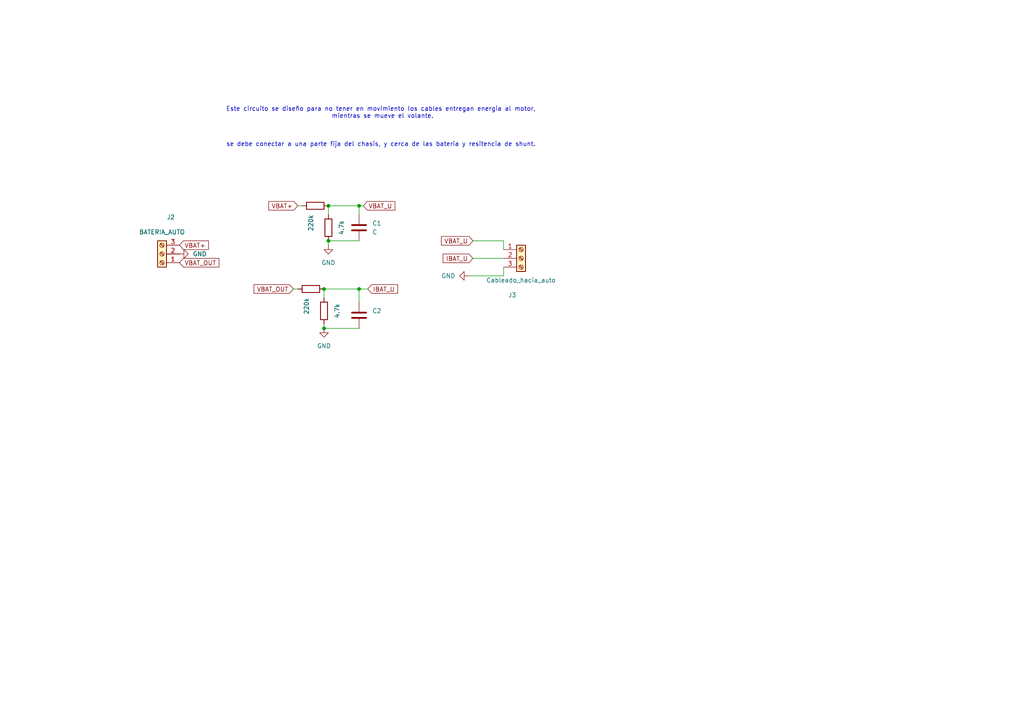
<source format=kicad_sch>
(kicad_sch (version 20250114) (generator "eeschema") (generator_version "9.0")
  (paper "A4")
  (lib_symbols
    (symbol "Connector:Screw_Terminal_01x03" (pin_names (offset 1.016) (hide yes))
      (property "Reference" "J" (at 0 5.08 0))
      (property "Value" "Screw_Terminal_01x03" (at 0 -5.08 0))
      (symbol "Screw_Terminal_01x03_1_1"
        (rectangle (start -1.27 3.81) (end 1.27 -3.81) (stroke (width 0.254)) (fill (type background)))
        (polyline (pts (xy -0.5334 2.8702) (xy 0.3302 2.032)) (stroke (width 0.1524)))
        (polyline (pts (xy -0.5334 0.3302) (xy 0.3302 -0.508)) (stroke (width 0.1524)))
        (polyline (pts (xy -0.5334 -2.2098) (xy 0.3302 -3.048)) (stroke (width 0.1524)))
        (polyline (pts (xy -0.3556 3.048) (xy 0.508 2.2098)) (stroke (width 0.1524)))
        (polyline (pts (xy -0.3556 0.508) (xy 0.508 -0.3302)) (stroke (width 0.1524)))
        (polyline (pts (xy -0.3556 -2.032) (xy 0.508 -2.8702)) (stroke (width 0.1524)))
        (circle (center 0 2.54) (radius 0.635) (stroke (width 0.1524)))
        (circle (center 0 0) (radius 0.635) (stroke (width 0.1524)))
        (circle (center 0 -2.54) (radius 0.635) (stroke (width 0.1524)))
        (pin passive line (at -5.08 2.54 0) (length 3.81) (name "Pin_1") (number "1"))
        (pin passive line (at -5.08 0 0) (length 3.81) (name "Pin_2") (number "2"))
        (pin passive line (at -5.08 -2.54 0) (length 3.81) (name "Pin_3") (number "3"))
      )
    )
    (symbol "Device:C" (pin_numbers (hide yes)) (pin_names (offset 0.254))
      (property "Reference" "C" (at 0.635 2.54 0))
      (property "Value" "C" (at 0.635 -2.54 0))
      (symbol "C_0_1"
        (polyline (pts (xy -2.032 0.762) (xy 2.032 0.762)) (stroke (width 0.508)))
        (polyline (pts (xy -2.032 -0.762) (xy 2.032 -0.762)) (stroke (width 0.508)))
      )
      (symbol "C_1_1"
        (pin passive line (at 0 3.81 270) (length 2.794) (name "~") (number "1"))
        (pin passive line (at 0 -3.81 90) (length 2.794) (name "~") (number "2"))
      )
    )
    (symbol "Device:R" (pin_numbers (hide yes)) (pin_names (offset 0))
      (property "Reference" "R" (at 2.032 0 90))
      (property "Value" "R" (at 0 0 90))
      (symbol "R_0_1"
        (rectangle (start -1.016 -2.54) (end 1.016 2.54) (stroke (width 0.254)))
      )
      (symbol "R_1_1"
        (pin passive line (at 0 3.81 270) (length 1.27) (name "~") (number "1"))
        (pin passive line (at 0 -3.81 90) (length 1.27) (name "~") (number "2"))
      )
    )
    (symbol "power:GND" (power) (pin_numbers (hide yes)) (pin_names (offset 0) (hide yes))
      (property "Value" "GND" (at 0 -3.81 0))
      (symbol "GND_0_1"
        (polyline (pts (xy 0 0) (xy 0 -1.27) (xy 1.27 -1.27) (xy 0 -2.54) (xy -1.27 -1.27) (xy 0 -1.27)))
      )
      (symbol "GND_1_1"
        (pin power_in line (at 0 0 270) (length 0) (name "~") (number "1"))
      )
    )
  )
  (text "Este circuito se diseño para no tener en movimiento los cables entregan energia al motor,\n mientras se mueve el volante.\n\n\n\nse debe conectar a una parte fija del chasis, y cerca de las bateria y resitencia de shunt.\n" (at 110.49 36.83 0) (effects (font (size 1.27 1.27))))
  (junction (at 95.25 69.85))
  (junction (at 104.14 59.69))
  (junction (at 104.14 83.82))
  (junction (at 95.25 59.69))
  (junction (at 93.98 83.82))
  (junction (at 93.98 95.25))
  (wire (pts (xy 93.98 83.82) (xy 104.14 83.82)))
  (wire (pts (xy 93.98 93.98) (xy 93.98 95.25)))
  (wire (pts (xy 146.05 69.85) (xy 146.05 72.39)))
  (wire (pts (xy 104.14 59.69) (xy 104.14 62.23)))
  (wire (pts (xy 146.05 80.01) (xy 146.05 77.47)))
  (wire (pts (xy 135.89 80.01) (xy 146.05 80.01)))
  (wire (pts (xy 104.14 59.69) (xy 105.41 59.69)))
  (wire (pts (xy 95.25 59.69) (xy 104.14 59.69)))
  (wire (pts (xy 95.25 69.85) (xy 95.25 71.12)))
  (wire (pts (xy 137.16 69.85) (xy 146.05 69.85)))
  (wire (pts (xy 104.14 83.82) (xy 104.14 87.63)))
  (wire (pts (xy 104.14 83.82) (xy 106.68 83.82)))
  (wire (pts (xy 95.25 59.69) (xy 95.25 62.23)))
  (wire (pts (xy 87.63 59.69) (xy 86.36 59.69)))
  (wire (pts (xy 93.98 83.82) (xy 93.98 86.36)))
  (wire (pts (xy 137.16 74.93) (xy 146.05 74.93)))
  (wire (pts (xy 93.98 95.25) (xy 104.14 95.25)))
  (wire (pts (xy 95.25 69.85) (xy 104.14 69.85)))
  (wire (pts (xy 86.36 83.82) (xy 85.09 83.82)))
  (global_label "VBAT_OUT" (shape input) (at 85.09 83.82 180) (property "Intersheetrefs" "${INTERSHEET_REFS}" (effects (hide yes))))
  (global_label "VBAT_U" (shape input) (at 105.41 59.69 0) (property "Intersheetrefs" "${INTERSHEET_REFS}" (effects (hide yes))))
  (global_label "VBAT_OUT" (shape input) (at 52.07 76.2 0) (property "Intersheetrefs" "${INTERSHEET_REFS}" (effects (hide yes))))
  (global_label "IBAT_U" (shape input) (at 106.68 83.82 0) (property "Intersheetrefs" "${INTERSHEET_REFS}" (effects (hide yes))))
  (global_label "IBAT_U" (shape input) (at 137.16 74.93 180) (property "Intersheetrefs" "${INTERSHEET_REFS}" (effects (hide yes))))
  (global_label "VBAT+" (shape input) (at 86.36 59.69 180) (property "Intersheetrefs" "${INTERSHEET_REFS}" (effects (hide yes))))
  (global_label "VBAT+" (shape input) (at 52.07 71.12 0) (property "Intersheetrefs" "${INTERSHEET_REFS}" (effects (hide yes))))
  (global_label "VBAT_U" (shape input) (at 137.16 69.85 180) (property "Intersheetrefs" "${INTERSHEET_REFS}" (effects (hide yes))))
  (symbol (lib_id "Connector:Screw_Terminal_01x03") (at 46.99 73.66 180) (unit 1)
    (property "Reference" "J2" (at 49.53 62.992 0))
    (property "Value" "BATERIA_AUTO" (at 46.99 67.31 0))
    (property "Footprint" "TerminalBlock:TerminalBlock_MaiXu_MX126-5.0-03P_1x03_P5.00mm" (effects (hide yes)))
    (property "Description" "Generic screw terminal, single row, 01x03, script generated (kicad-library-utils/schlib/autogen/connector/)" (effects (hide yes)))
  )
  (symbol (lib_id "power:GND") (at 93.98 95.25 0) (unit 1)
    (property "Reference" "#PWR01" (effects (hide yes)))
    (property "Value" "GND" (at 93.98 100.33 0))
    (property "Description" "Power symbol creates a global label with name \"GND\" , ground" (effects (hide yes)))
  )
  (symbol (lib_id "Device:R") (at 95.25 66.04 0) (unit 1)
    (property "Reference" "R8" (effects (hide yes)))
    (property "Value" "4.7k" (at 99.06 66.04 90))
    (property "Footprint" "Resistor_THT:R_Axial_DIN0204_L3.6mm_D1.6mm_P5.08mm_Horizontal" (effects (hide yes)))
    (property "Description" "Resistor" (effects (hide yes)))
  )
  (symbol (lib_id "Device:R") (at 93.98 90.17 0) (unit 1)
    (property "Reference" "R2" (effects (hide yes)))
    (property "Value" "4.7k" (at 97.79 90.17 90))
    (property "Footprint" "Resistor_THT:R_Axial_DIN0204_L3.6mm_D1.6mm_P5.08mm_Horizontal" (effects (hide yes)))
    (property "Description" "Resistor" (effects (hide yes)))
  )
  (symbol (lib_id "Device:C") (at 104.14 66.04 0) (unit 1)
    (property "Reference" "C1" (at 107.95 64.7699 0) (effects (justify left)))
    (property "Value" "C" (at 107.95 67.3099 0) (effects (justify left)))
    (property "Footprint" "Resistor_THT:R_Axial_DIN0204_L3.6mm_D1.6mm_P5.08mm_Horizontal" (effects (hide yes)))
    (property "Description" "Unpolarized capacitor" (effects (hide yes)))
  )
  (symbol (lib_id "power:GND") (at 135.89 80.01 270) (unit 1)
    (property "Reference" "#PWR016" (effects (hide yes)))
    (property "Value" "GND" (at 132.08 80.0099 90) (effects (justify right)))
    (property "Description" "Power symbol creates a global label with name \"GND\" , ground" (effects (hide yes)))
  )
  (symbol (lib_id "Device:C") (at 104.14 91.44 0) (unit 1)
    (property "Reference" "C2" (at 107.95 90.1699 0) (effects (justify left)))
    (property "Value" "4.7k" (effects (hide yes)))
    (property "Footprint" "Resistor_THT:R_Axial_DIN0204_L3.6mm_D1.6mm_P5.08mm_Horizontal" (effects (hide yes)))
    (property "Description" "Unpolarized capacitor" (effects (hide yes)))
  )
  (symbol (lib_id "Device:R") (at 90.17 83.82 90) (unit 1)
    (property "Reference" "R1" (effects (hide yes)))
    (property "Value" "220k" (at 88.9001 86.36 0) (effects (justify right)))
    (property "Footprint" "Resistor_THT:R_Axial_DIN0204_L3.6mm_D1.6mm_P5.08mm_Horizontal" (effects (hide yes)))
    (property "Description" "Resistor" (effects (hide yes)))
  )
  (symbol (lib_id "Device:R") (at 91.44 59.69 90) (unit 1)
    (property "Reference" "R7" (effects (hide yes)))
    (property "Value" "220k" (at 90.1701 62.23 0) (effects (justify right)))
    (property "Footprint" "Resistor_THT:R_Axial_DIN0204_L3.6mm_D1.6mm_P5.08mm_Horizontal" (effects (hide yes)))
    (property "Description" "Resistor" (effects (hide yes)))
  )
  (symbol (lib_id "power:GND") (at 52.07 73.66 90) (unit 1)
    (property "Reference" "#PWR017" (effects (hide yes)))
    (property "Value" "GND" (at 55.88 73.6599 90) (effects (justify right)))
    (property "Description" "Power symbol creates a global label with name \"GND\" , ground" (effects (hide yes)))
  )
  (symbol (lib_id "Connector:Screw_Terminal_01x03") (at 151.13 74.93 0) (unit 1)
    (property "Reference" "J3" (at 148.59 85.598 0))
    (property "Value" "Cableado_hacia_auto" (at 151.13 81.28 0))
    (property "Footprint" "TerminalBlock:TerminalBlock_MaiXu_MX126-5.0-03P_1x03_P5.00mm" (effects (hide yes)))
    (property "Description" "Generic screw terminal, single row, 01x03, script generated (kicad-library-utils/schlib/autogen/connector/)" (effects (hide yes)))
  )
  (symbol (lib_id "power:GND") (at 95.25 71.12 0) (unit 1)
    (property "Reference" "#PWR024" (effects (hide yes)))
    (property "Value" "GND" (at 95.25 76.2 0))
    (property "Description" "Power symbol creates a global label with name \"GND\" , ground" (effects (hide yes)))
  )
)
</source>
